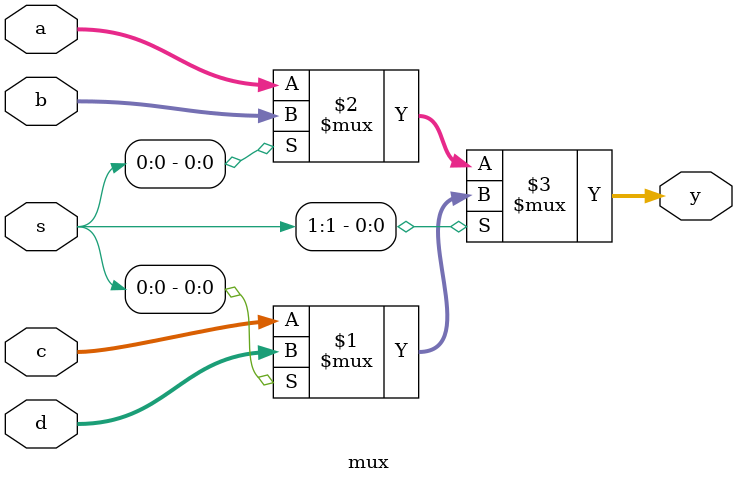
<source format=v>
`timescale 1ns / 1ps


module mux(input [3:0] a, b, c, d,
    input [1:0] s,
    output wire [3:0] y);
    
    assign y[3:0] = s[1] ? (s[0] ? d : c) : (s[0] ? b : a);
    
endmodule

</source>
